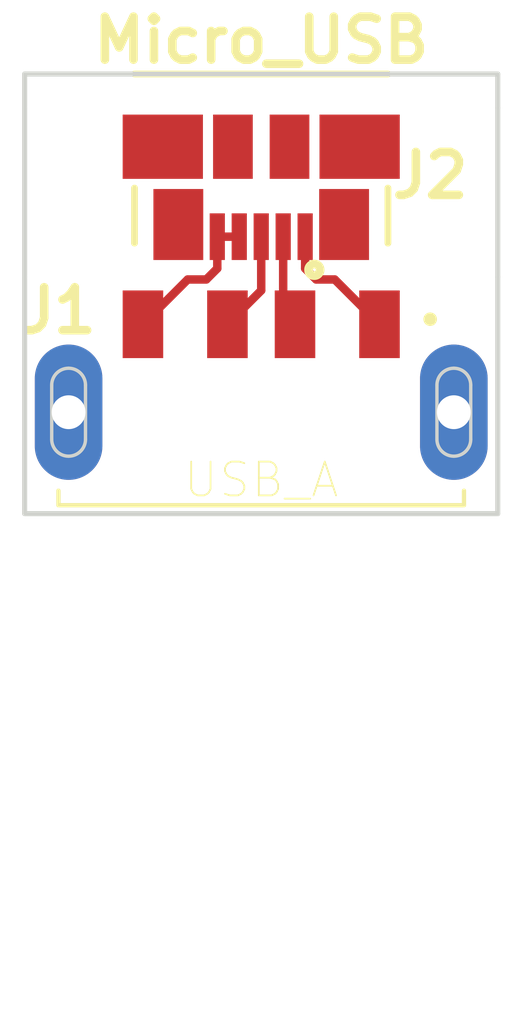
<source format=kicad_pcb>
(kicad_pcb (version 20171130) (host pcbnew "(5.1.10)-1")

  (general
    (thickness 1.6)
    (drawings 8)
    (tracks 13)
    (zones 0)
    (modules 2)
    (nets 5)
  )

  (page A4)
  (layers
    (0 F.Cu signal)
    (31 B.Cu signal)
    (32 B.Adhes user)
    (33 F.Adhes user)
    (34 B.Paste user)
    (35 F.Paste user)
    (36 B.SilkS user)
    (37 F.SilkS user)
    (38 B.Mask user)
    (39 F.Mask user)
    (40 Dwgs.User user)
    (41 Cmts.User user)
    (42 Eco1.User user)
    (43 Eco2.User user)
    (44 Edge.Cuts user)
    (45 Margin user)
    (46 B.CrtYd user)
    (47 F.CrtYd user)
    (48 B.Fab user)
    (49 F.Fab user)
  )

  (setup
    (last_trace_width 0.25)
    (trace_clearance 0.2)
    (zone_clearance 0.508)
    (zone_45_only no)
    (trace_min 0.2)
    (via_size 0.8)
    (via_drill 0.4)
    (via_min_size 0.4)
    (via_min_drill 0.3)
    (uvia_size 0.3)
    (uvia_drill 0.1)
    (uvias_allowed no)
    (uvia_min_size 0.2)
    (uvia_min_drill 0.1)
    (edge_width 0.05)
    (segment_width 0.2)
    (pcb_text_width 0.3)
    (pcb_text_size 1.5 1.5)
    (mod_edge_width 0.12)
    (mod_text_size 1 1)
    (mod_text_width 0.15)
    (pad_size 1.524 1.524)
    (pad_drill 0.762)
    (pad_to_mask_clearance 0)
    (aux_axis_origin 0 0)
    (visible_elements 7FFFF7FF)
    (pcbplotparams
      (layerselection 0x010fc_ffffffff)
      (usegerberextensions false)
      (usegerberattributes true)
      (usegerberadvancedattributes true)
      (creategerberjobfile true)
      (excludeedgelayer true)
      (linewidth 0.100000)
      (plotframeref false)
      (viasonmask false)
      (mode 1)
      (useauxorigin false)
      (hpglpennumber 1)
      (hpglpenspeed 20)
      (hpglpendiameter 15.000000)
      (psnegative false)
      (psa4output false)
      (plotreference true)
      (plotvalue true)
      (plotinvisibletext false)
      (padsonsilk false)
      (subtractmaskfromsilk false)
      (outputformat 1)
      (mirror false)
      (drillshape 1)
      (scaleselection 1)
      (outputdirectory ""))
  )

  (net 0 "")
  (net 1 "Net-(J1-Pad3)")
  (net 2 "Net-(J1-Pad2)")
  (net 3 GND)
  (net 4 VBUS)

  (net_class Default "This is the default net class."
    (clearance 0.2)
    (trace_width 0.25)
    (via_dia 0.8)
    (via_drill 0.4)
    (uvia_dia 0.3)
    (uvia_drill 0.1)
    (add_net GND)
    (add_net "Net-(J1-Pad2)")
    (add_net "Net-(J1-Pad3)")
    (add_net VBUS)
  )

  (module Micro_USB_B.mod:47346-0001 (layer F.Cu) (tedit 60B20478) (tstamp 60B11834)
    (at 136 75)
    (descr 47346-0001)
    (tags Connector)
    (path /60B20AB4)
    (attr smd)
    (fp_text reference J2 (at 5 3) (layer F.SilkS)
      (effects (font (size 1.27 1.27) (thickness 0.254)))
    )
    (fp_text value Micro_USB (at 0 -1) (layer F.SilkS)
      (effects (font (size 1.27 1.27) (thickness 0.254)))
    )
    (fp_line (start -3.75 0) (end 3.75 0) (layer Dwgs.User) (width 0.2))
    (fp_line (start 3.75 0) (end 3.75 5) (layer Dwgs.User) (width 0.2))
    (fp_line (start 3.75 5) (end -3.75 5) (layer Dwgs.User) (width 0.2))
    (fp_line (start -3.75 5) (end -3.75 0) (layer Dwgs.User) (width 0.2))
    (fp_line (start -3.75 0) (end 3.75 0) (layer F.SilkS) (width 0.2))
    (fp_line (start 3.75 5) (end 3.75 3.373) (layer F.SilkS) (width 0.2))
    (fp_line (start -3.75 5) (end -3.75 3.373) (layer F.SilkS) (width 0.2))
    (fp_circle (center 1.572 5.79) (end 1.52611 5.79) (layer F.SilkS) (width 0.254))
    (pad 11 smd rect (at -2.9125 2.15 90) (size 1.9 2.375) (layers F.Cu F.Paste F.Mask))
    (pad 10 smd rect (at 2.9125 2.15 90) (size 1.9 2.375) (layers F.Cu F.Paste F.Mask))
    (pad 9 smd rect (at -0.8375 2.15) (size 1.175 1.9) (layers F.Cu F.Paste F.Mask))
    (pad 8 smd rect (at 0.8375 2.15) (size 1.175 1.9) (layers F.Cu F.Paste F.Mask))
    (pad 7 smd rect (at 2.4525 4.45) (size 1.475 2.1) (layers F.Cu F.Paste F.Mask))
    (pad 6 smd rect (at -2.4525 4.45) (size 1.475 2.1) (layers F.Cu F.Paste F.Mask))
    (pad 5 smd rect (at -1.3 4.81) (size 0.45 1.38) (layers F.Cu F.Paste F.Mask)
      (net 3 GND))
    (pad 4 smd rect (at -0.65 4.81) (size 0.45 1.38) (layers F.Cu F.Paste F.Mask)
      (net 3 GND))
    (pad 3 smd rect (at 0 4.81) (size 0.45 1.38) (layers F.Cu F.Paste F.Mask)
      (net 1 "Net-(J1-Pad3)"))
    (pad 2 smd rect (at 0.65 4.81) (size 0.45 1.38) (layers F.Cu F.Paste F.Mask)
      (net 2 "Net-(J1-Pad2)"))
    (pad 1 smd rect (at 1.3 4.81) (size 0.45 1.38) (layers F.Cu F.Paste F.Mask)
      (net 4 VBUS))
    (model C:/Users/saksh/Desktop/47346-0001.stp
      (offset (xyz 0 -2.5 1))
      (scale (xyz 1 1.0001 1))
      (rotate (xyz -90 0 180))
    )
    (model "${KIPRJMOD}/Component Libraries/Micro_USB_3D_Model.stp"
      (offset (xyz 0 -2.5 1))
      (scale (xyz 1 1.0001 1))
      (rotate (xyz -90 0 180))
    )
  )

  (module USB_A:MOLEX_480-37-1000 (layer F.Cu) (tedit 0) (tstamp 60B1180F)
    (at 136 85)
    (path /60B0FEC2)
    (attr smd)
    (fp_text reference J1 (at -6 -3) (layer F.SilkS)
      (effects (font (size 1.27 1.27) (thickness 0.254)))
    )
    (fp_text value USB_A (at 0 2) (layer F.SilkS)
      (effects (font (size 1 1) (thickness 0.05)))
    )
    (fp_line (start -6.2 0.8) (end -6.2 -0.8) (layer Edge.Cuts) (width 0.1))
    (fp_line (start -5.2 -0.8) (end -5.2 0.8) (layer Edge.Cuts) (width 0.1))
    (fp_line (start 5.2 0.8) (end 5.2 -0.8) (layer Edge.Cuts) (width 0.1))
    (fp_line (start 6.2 -0.8) (end 6.2 0.8) (layer Edge.Cuts) (width 0.1))
    (fp_line (start 6 2.75) (end -6 2.75) (layer Eco2.User) (width 0.127))
    (fp_circle (center 5 -2.75) (end 5.1 -2.75) (layer Eco2.User) (width 0.2))
    (fp_circle (center 5 -2.75) (end 5.1 -2.75) (layer F.SilkS) (width 0.2))
    (fp_line (start 6.25 2.25) (end 6.25 18.05) (layer Eco1.User) (width 0.05))
    (fp_line (start 6.95 2.25) (end 6.25 2.25) (layer Eco1.User) (width 0.05))
    (fp_line (start 6.95 -3.85) (end 6.95 2.25) (layer Eco1.User) (width 0.05))
    (fp_line (start -6.95 -3.85) (end 6.95 -3.85) (layer Eco1.User) (width 0.05))
    (fp_line (start -6.95 2.25) (end -6.95 -3.85) (layer Eco1.User) (width 0.05))
    (fp_line (start -6.25 2.25) (end -6.95 2.25) (layer Eco1.User) (width 0.05))
    (fp_line (start -6.25 18.05) (end -6.25 2.25) (layer Eco1.User) (width 0.05))
    (fp_line (start 6.25 18.05) (end -6.25 18.05) (layer Eco1.User) (width 0.05))
    (fp_line (start 6 2.75) (end -6 2.75) (layer F.SilkS) (width 0.127))
    (fp_line (start 6 2.32) (end 6 2.75) (layer F.SilkS) (width 0.127))
    (fp_line (start -6 2.75) (end -6 2.32) (layer F.SilkS) (width 0.127))
    (fp_line (start 6 2.75) (end 6 17.8) (layer Eco2.User) (width 0.127))
    (fp_line (start 6 -1) (end 6 2.75) (layer Eco2.User) (width 0.127))
    (fp_line (start -6 -1) (end 6 -1) (layer Eco2.User) (width 0.127))
    (fp_line (start -6 2.75) (end -6 -1) (layer Eco2.User) (width 0.127))
    (fp_line (start -6 17.8) (end -6 2.75) (layer Eco2.User) (width 0.127))
    (fp_line (start 6 17.8) (end -6 17.8) (layer Eco2.User) (width 0.127))
    (fp_arc (start 5.7 0.8) (end 5.7 1.3) (angle -90) (layer Edge.Cuts) (width 0.1))
    (fp_arc (start 5.7 0.8) (end 5.2 0.8) (angle -90) (layer Edge.Cuts) (width 0.1))
    (fp_arc (start 5.7 -0.8) (end 5.7 -1.3) (angle -90) (layer Edge.Cuts) (width 0.1))
    (fp_arc (start 5.7 -0.8) (end 6.2 -0.8) (angle -90) (layer Edge.Cuts) (width 0.1))
    (fp_arc (start -5.7 0.8) (end -5.7 1.3) (angle -90) (layer Edge.Cuts) (width 0.1))
    (fp_arc (start -5.7 0.8) (end -6.2 0.8) (angle -90) (layer Edge.Cuts) (width 0.1))
    (fp_arc (start -5.7 -0.8) (end -5.7 -1.3) (angle -90) (layer Edge.Cuts) (width 0.1))
    (fp_arc (start -5.7 -0.8) (end -5.2 -0.8) (angle -90) (layer Edge.Cuts) (width 0.1))
    (pad Hole np_thru_hole circle (at -2.25 0) (size 1.25 1.25) (drill 1.25) (layers *.Cu *.Mask))
    (pad Hole np_thru_hole circle (at 2.25 0) (size 1.25 1.25) (drill 1.25) (layers *.Cu *.Mask))
    (pad 4 smd rect (at -3.5 -2.6) (size 1.2 2) (layers F.Cu F.Paste)
      (net 3 GND))
    (pad 2 smd rect (at 1 -2.6) (size 1.2 2) (layers F.Cu F.Paste)
      (net 2 "Net-(J1-Pad2)"))
    (pad 1 smd rect (at 3.5 -2.6) (size 1.2 2) (layers F.Cu F.Paste)
      (net 4 VBUS))
    (pad 3 smd rect (at -1 -2.6) (size 1.2 2) (layers F.Cu F.Paste)
      (net 1 "Net-(J1-Pad3)"))
    (pad S1 thru_hole oval (at -5.7 0 90) (size 4 2) (drill 1) (layers *.Cu *.Mask))
    (pad S2 thru_hole oval (at 5.7 0 90) (size 4 2) (drill 1) (layers *.Cu *.Mask))
    (model "C:/Users/saksh/Downloads/48037-1000-pcb-part-libraries (1)/48037-1000.stp"
      (offset (xyz 0 -8.5 0))
      (scale (xyz 1 1 1))
      (rotate (xyz 90 180 180))
    )
    (model "${KIPRJMOD}/Component Libraries/USB_A 3D Model.stp"
      (offset (xyz 0 -8.5 0))
      (scale (xyz 1 1 1))
      (rotate (xyz 90 180 180))
    )
  )

  (gr_line (start 143 75) (end 143 76) (layer Edge.Cuts) (width 0.15) (tstamp 60B33D30))
  (gr_line (start 129 75) (end 129 76) (layer Edge.Cuts) (width 0.15) (tstamp 60B33D1D))
  (gr_line (start 129 75) (end 143 75) (layer Edge.Cuts) (width 0.15) (tstamp 60B331FB))
  (gr_line (start 143 81) (end 143 88) (layer Edge.Cuts) (width 0.15) (tstamp 60B11BD6))
  (gr_line (start 129 88) (end 143 88) (layer Edge.Cuts) (width 0.15))
  (gr_line (start 129 81) (end 129 88) (layer Edge.Cuts) (width 0.15))
  (gr_line (start 143 76) (end 143 81) (layer Edge.Cuts) (width 0.15) (tstamp 60B11B6E))
  (gr_line (start 129 81) (end 129 76) (layer Edge.Cuts) (width 0.15))

  (segment (start 136 81.4) (end 135 82.4) (width 0.25) (layer F.Cu) (net 1))
  (segment (start 136 79.81) (end 136 81.4) (width 0.25) (layer F.Cu) (net 1))
  (segment (start 136.65 82.05) (end 137 82.4) (width 0.25) (layer F.Cu) (net 2))
  (segment (start 136.65 79.81) (end 136.65 82.05) (width 0.25) (layer F.Cu) (net 2))
  (segment (start 135.35 79.81) (end 134.7 79.81) (width 0.25) (layer F.Cu) (net 3))
  (segment (start 133.825001 81.074999) (end 132.5 82.4) (width 0.25) (layer F.Cu) (net 3))
  (segment (start 134.375001 81.074999) (end 133.825001 81.074999) (width 0.25) (layer F.Cu) (net 3))
  (segment (start 134.7 80.75) (end 134.375001 81.074999) (width 0.25) (layer F.Cu) (net 3))
  (segment (start 134.7 79.81) (end 134.7 80.75) (width 0.25) (layer F.Cu) (net 3))
  (segment (start 138.174999 81.074999) (end 139.5 82.4) (width 0.25) (layer F.Cu) (net 4))
  (segment (start 137.624999 81.074999) (end 138.174999 81.074999) (width 0.25) (layer F.Cu) (net 4))
  (segment (start 137.3 80.75) (end 137.624999 81.074999) (width 0.25) (layer F.Cu) (net 4))
  (segment (start 137.3 79.81) (end 137.3 80.75) (width 0.25) (layer F.Cu) (net 4))

  (zone (net 3) (net_name GND) (layer B.Cu) (tstamp 60B87D70) (hatch edge 0.508)
    (connect_pads (clearance 0.508))
    (min_thickness 0.254)
    (fill yes (arc_segments 32) (thermal_gap 0.508) (thermal_bridge_width 0.508))
    (polygon
      (pts
        (xy 143.51 88.9) (xy 128.27 88.9) (xy 128.27 74.93) (xy 143.51 74.93)
      )
    )
  )
)

</source>
